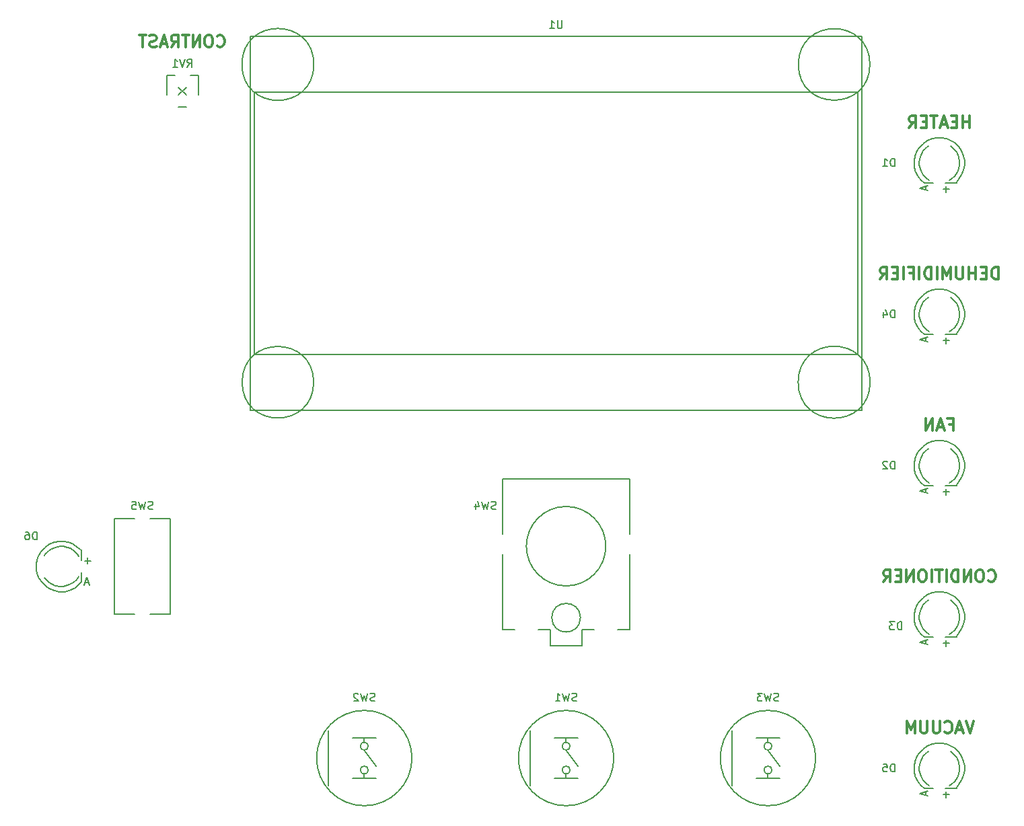
<source format=gbr>
G04 #@! TF.FileFunction,Legend,Bot*
%FSLAX46Y46*%
G04 Gerber Fmt 4.6, Leading zero omitted, Abs format (unit mm)*
G04 Created by KiCad (PCBNEW 0.201503150816+5513~22~ubuntu14.04.1-product) date Thu 23 Apr 2015 07:11:57 PM EDT*
%MOMM*%
G01*
G04 APERTURE LIST*
%ADD10C,0.100000*%
%ADD11C,0.300000*%
%ADD12C,0.150000*%
G04 APERTURE END LIST*
D10*
D11*
X98337142Y-41175714D02*
X98408571Y-41247143D01*
X98622857Y-41318571D01*
X98765714Y-41318571D01*
X98979999Y-41247143D01*
X99122857Y-41104286D01*
X99194285Y-40961429D01*
X99265714Y-40675714D01*
X99265714Y-40461429D01*
X99194285Y-40175714D01*
X99122857Y-40032857D01*
X98979999Y-39890000D01*
X98765714Y-39818571D01*
X98622857Y-39818571D01*
X98408571Y-39890000D01*
X98337142Y-39961429D01*
X97408571Y-39818571D02*
X97122857Y-39818571D01*
X96979999Y-39890000D01*
X96837142Y-40032857D01*
X96765714Y-40318571D01*
X96765714Y-40818571D01*
X96837142Y-41104286D01*
X96979999Y-41247143D01*
X97122857Y-41318571D01*
X97408571Y-41318571D01*
X97551428Y-41247143D01*
X97694285Y-41104286D01*
X97765714Y-40818571D01*
X97765714Y-40318571D01*
X97694285Y-40032857D01*
X97551428Y-39890000D01*
X97408571Y-39818571D01*
X96122856Y-41318571D02*
X96122856Y-39818571D01*
X95265713Y-41318571D01*
X95265713Y-39818571D01*
X94765713Y-39818571D02*
X93908570Y-39818571D01*
X94337141Y-41318571D02*
X94337141Y-39818571D01*
X92551427Y-41318571D02*
X93051427Y-40604286D01*
X93408570Y-41318571D02*
X93408570Y-39818571D01*
X92837142Y-39818571D01*
X92694284Y-39890000D01*
X92622856Y-39961429D01*
X92551427Y-40104286D01*
X92551427Y-40318571D01*
X92622856Y-40461429D01*
X92694284Y-40532857D01*
X92837142Y-40604286D01*
X93408570Y-40604286D01*
X91979999Y-40890000D02*
X91265713Y-40890000D01*
X92122856Y-41318571D02*
X91622856Y-39818571D01*
X91122856Y-41318571D01*
X90694285Y-41247143D02*
X90479999Y-41318571D01*
X90122856Y-41318571D01*
X89979999Y-41247143D01*
X89908570Y-41175714D01*
X89837142Y-41032857D01*
X89837142Y-40890000D01*
X89908570Y-40747143D01*
X89979999Y-40675714D01*
X90122856Y-40604286D01*
X90408570Y-40532857D01*
X90551428Y-40461429D01*
X90622856Y-40390000D01*
X90694285Y-40247143D01*
X90694285Y-40104286D01*
X90622856Y-39961429D01*
X90551428Y-39890000D01*
X90408570Y-39818571D01*
X90051428Y-39818571D01*
X89837142Y-39890000D01*
X89408571Y-39818571D02*
X88551428Y-39818571D01*
X88979999Y-41318571D02*
X88979999Y-39818571D01*
X195372858Y-108485714D02*
X195444287Y-108557143D01*
X195658573Y-108628571D01*
X195801430Y-108628571D01*
X196015715Y-108557143D01*
X196158573Y-108414286D01*
X196230001Y-108271429D01*
X196301430Y-107985714D01*
X196301430Y-107771429D01*
X196230001Y-107485714D01*
X196158573Y-107342857D01*
X196015715Y-107200000D01*
X195801430Y-107128571D01*
X195658573Y-107128571D01*
X195444287Y-107200000D01*
X195372858Y-107271429D01*
X194444287Y-107128571D02*
X194158573Y-107128571D01*
X194015715Y-107200000D01*
X193872858Y-107342857D01*
X193801430Y-107628571D01*
X193801430Y-108128571D01*
X193872858Y-108414286D01*
X194015715Y-108557143D01*
X194158573Y-108628571D01*
X194444287Y-108628571D01*
X194587144Y-108557143D01*
X194730001Y-108414286D01*
X194801430Y-108128571D01*
X194801430Y-107628571D01*
X194730001Y-107342857D01*
X194587144Y-107200000D01*
X194444287Y-107128571D01*
X193158572Y-108628571D02*
X193158572Y-107128571D01*
X192301429Y-108628571D01*
X192301429Y-107128571D01*
X191587143Y-108628571D02*
X191587143Y-107128571D01*
X191230000Y-107128571D01*
X191015715Y-107200000D01*
X190872857Y-107342857D01*
X190801429Y-107485714D01*
X190730000Y-107771429D01*
X190730000Y-107985714D01*
X190801429Y-108271429D01*
X190872857Y-108414286D01*
X191015715Y-108557143D01*
X191230000Y-108628571D01*
X191587143Y-108628571D01*
X190087143Y-108628571D02*
X190087143Y-107128571D01*
X189587143Y-107128571D02*
X188730000Y-107128571D01*
X189158571Y-108628571D02*
X189158571Y-107128571D01*
X188230000Y-108628571D02*
X188230000Y-107128571D01*
X187230000Y-107128571D02*
X186944286Y-107128571D01*
X186801428Y-107200000D01*
X186658571Y-107342857D01*
X186587143Y-107628571D01*
X186587143Y-108128571D01*
X186658571Y-108414286D01*
X186801428Y-108557143D01*
X186944286Y-108628571D01*
X187230000Y-108628571D01*
X187372857Y-108557143D01*
X187515714Y-108414286D01*
X187587143Y-108128571D01*
X187587143Y-107628571D01*
X187515714Y-107342857D01*
X187372857Y-107200000D01*
X187230000Y-107128571D01*
X185944285Y-108628571D02*
X185944285Y-107128571D01*
X185087142Y-108628571D01*
X185087142Y-107128571D01*
X184372856Y-107842857D02*
X183872856Y-107842857D01*
X183658570Y-108628571D02*
X184372856Y-108628571D01*
X184372856Y-107128571D01*
X183658570Y-107128571D01*
X182158570Y-108628571D02*
X182658570Y-107914286D01*
X183015713Y-108628571D02*
X183015713Y-107128571D01*
X182444285Y-107128571D01*
X182301427Y-107200000D01*
X182229999Y-107271429D01*
X182158570Y-107414286D01*
X182158570Y-107628571D01*
X182229999Y-107771429D01*
X182301427Y-107842857D01*
X182444285Y-107914286D01*
X183015713Y-107914286D01*
X193551429Y-126178571D02*
X193051429Y-127678571D01*
X192551429Y-126178571D01*
X192122858Y-127250000D02*
X191408572Y-127250000D01*
X192265715Y-127678571D02*
X191765715Y-126178571D01*
X191265715Y-127678571D01*
X189908572Y-127535714D02*
X189980001Y-127607143D01*
X190194287Y-127678571D01*
X190337144Y-127678571D01*
X190551429Y-127607143D01*
X190694287Y-127464286D01*
X190765715Y-127321429D01*
X190837144Y-127035714D01*
X190837144Y-126821429D01*
X190765715Y-126535714D01*
X190694287Y-126392857D01*
X190551429Y-126250000D01*
X190337144Y-126178571D01*
X190194287Y-126178571D01*
X189980001Y-126250000D01*
X189908572Y-126321429D01*
X189265715Y-126178571D02*
X189265715Y-127392857D01*
X189194287Y-127535714D01*
X189122858Y-127607143D01*
X188980001Y-127678571D01*
X188694287Y-127678571D01*
X188551429Y-127607143D01*
X188480001Y-127535714D01*
X188408572Y-127392857D01*
X188408572Y-126178571D01*
X187694286Y-126178571D02*
X187694286Y-127392857D01*
X187622858Y-127535714D01*
X187551429Y-127607143D01*
X187408572Y-127678571D01*
X187122858Y-127678571D01*
X186980000Y-127607143D01*
X186908572Y-127535714D01*
X186837143Y-127392857D01*
X186837143Y-126178571D01*
X186122857Y-127678571D02*
X186122857Y-126178571D01*
X185622857Y-127250000D01*
X185122857Y-126178571D01*
X185122857Y-127678571D01*
X190444285Y-88792857D02*
X190944285Y-88792857D01*
X190944285Y-89578571D02*
X190944285Y-88078571D01*
X190229999Y-88078571D01*
X189730000Y-89150000D02*
X189015714Y-89150000D01*
X189872857Y-89578571D02*
X189372857Y-88078571D01*
X188872857Y-89578571D01*
X188372857Y-89578571D02*
X188372857Y-88078571D01*
X187515714Y-89578571D01*
X187515714Y-88078571D01*
X196622858Y-70528571D02*
X196622858Y-69028571D01*
X196265715Y-69028571D01*
X196051430Y-69100000D01*
X195908572Y-69242857D01*
X195837144Y-69385714D01*
X195765715Y-69671429D01*
X195765715Y-69885714D01*
X195837144Y-70171429D01*
X195908572Y-70314286D01*
X196051430Y-70457143D01*
X196265715Y-70528571D01*
X196622858Y-70528571D01*
X195122858Y-69742857D02*
X194622858Y-69742857D01*
X194408572Y-70528571D02*
X195122858Y-70528571D01*
X195122858Y-69028571D01*
X194408572Y-69028571D01*
X193765715Y-70528571D02*
X193765715Y-69028571D01*
X193765715Y-69742857D02*
X192908572Y-69742857D01*
X192908572Y-70528571D02*
X192908572Y-69028571D01*
X192194286Y-69028571D02*
X192194286Y-70242857D01*
X192122858Y-70385714D01*
X192051429Y-70457143D01*
X191908572Y-70528571D01*
X191622858Y-70528571D01*
X191480000Y-70457143D01*
X191408572Y-70385714D01*
X191337143Y-70242857D01*
X191337143Y-69028571D01*
X190622857Y-70528571D02*
X190622857Y-69028571D01*
X190122857Y-70100000D01*
X189622857Y-69028571D01*
X189622857Y-70528571D01*
X188908571Y-70528571D02*
X188908571Y-69028571D01*
X188194285Y-70528571D02*
X188194285Y-69028571D01*
X187837142Y-69028571D01*
X187622857Y-69100000D01*
X187479999Y-69242857D01*
X187408571Y-69385714D01*
X187337142Y-69671429D01*
X187337142Y-69885714D01*
X187408571Y-70171429D01*
X187479999Y-70314286D01*
X187622857Y-70457143D01*
X187837142Y-70528571D01*
X188194285Y-70528571D01*
X186694285Y-70528571D02*
X186694285Y-69028571D01*
X185479999Y-69742857D02*
X185979999Y-69742857D01*
X185979999Y-70528571D02*
X185979999Y-69028571D01*
X185265713Y-69028571D01*
X184694285Y-70528571D02*
X184694285Y-69028571D01*
X183979999Y-69742857D02*
X183479999Y-69742857D01*
X183265713Y-70528571D02*
X183979999Y-70528571D01*
X183979999Y-69028571D01*
X183265713Y-69028571D01*
X181765713Y-70528571D02*
X182265713Y-69814286D01*
X182622856Y-70528571D02*
X182622856Y-69028571D01*
X182051428Y-69028571D01*
X181908570Y-69100000D01*
X181837142Y-69171429D01*
X181765713Y-69314286D01*
X181765713Y-69528571D01*
X181837142Y-69671429D01*
X181908570Y-69742857D01*
X182051428Y-69814286D01*
X182622856Y-69814286D01*
X192980000Y-51478571D02*
X192980000Y-49978571D01*
X192980000Y-50692857D02*
X192122857Y-50692857D01*
X192122857Y-51478571D02*
X192122857Y-49978571D01*
X191408571Y-50692857D02*
X190908571Y-50692857D01*
X190694285Y-51478571D02*
X191408571Y-51478571D01*
X191408571Y-49978571D01*
X190694285Y-49978571D01*
X190122857Y-51050000D02*
X189408571Y-51050000D01*
X190265714Y-51478571D02*
X189765714Y-49978571D01*
X189265714Y-51478571D01*
X188980000Y-49978571D02*
X188122857Y-49978571D01*
X188551428Y-51478571D02*
X188551428Y-49978571D01*
X187622857Y-50692857D02*
X187122857Y-50692857D01*
X186908571Y-51478571D02*
X187622857Y-51478571D01*
X187622857Y-49978571D01*
X186908571Y-49978571D01*
X185408571Y-51478571D02*
X185908571Y-50764286D01*
X186265714Y-51478571D02*
X186265714Y-49978571D01*
X185694286Y-49978571D01*
X185551428Y-50050000D01*
X185480000Y-50121429D01*
X185408571Y-50264286D01*
X185408571Y-50478571D01*
X185480000Y-50621429D01*
X185551428Y-50692857D01*
X185694286Y-50764286D01*
X186265714Y-50764286D01*
D12*
X187325000Y-58420000D02*
X188468000Y-58420000D01*
X191389000Y-58420000D02*
X189992000Y-58420000D01*
X187960000Y-58039000D02*
X187579000Y-57785000D01*
X187579000Y-57785000D02*
X187198000Y-57404000D01*
X187198000Y-57404000D02*
X186944000Y-56896000D01*
X186944000Y-56896000D02*
X186690000Y-56134000D01*
X186690000Y-56134000D02*
X186690000Y-55753000D01*
X186690000Y-55753000D02*
X186817000Y-55118000D01*
X186817000Y-55118000D02*
X187198000Y-54356000D01*
X187198000Y-54356000D02*
X187452000Y-54102000D01*
X187452000Y-54102000D02*
X187833000Y-53721000D01*
X191389000Y-54483000D02*
X191008000Y-54102000D01*
X191008000Y-54102000D02*
X190754000Y-53848000D01*
X190754000Y-53848000D02*
X190627000Y-53721000D01*
X190500000Y-58039000D02*
X190754000Y-57912000D01*
X190754000Y-57912000D02*
X191135000Y-57531000D01*
X191135000Y-57531000D02*
X191516000Y-57023000D01*
X191516000Y-57023000D02*
X191643000Y-56642000D01*
X191643000Y-56642000D02*
X191770000Y-56134000D01*
X191770000Y-56134000D02*
X191770000Y-55753000D01*
X191770000Y-55753000D02*
X191643000Y-55118000D01*
X191643000Y-55118000D02*
X191389000Y-54483000D01*
X187325000Y-58420000D02*
X186944000Y-58039000D01*
X191389000Y-58293000D02*
X191643000Y-57912000D01*
X191643000Y-57912000D02*
X192024000Y-57404000D01*
X192024000Y-57404000D02*
X192278000Y-56769000D01*
X192278000Y-56769000D02*
X192405000Y-56134000D01*
X192405000Y-56134000D02*
X192405000Y-55626000D01*
X192405000Y-55626000D02*
X192278000Y-54991000D01*
X192278000Y-54991000D02*
X192024000Y-54356000D01*
X192024000Y-54356000D02*
X191643000Y-53848000D01*
X191643000Y-53848000D02*
X191135000Y-53340000D01*
X191135000Y-53340000D02*
X190500000Y-52959000D01*
X190500000Y-52959000D02*
X190119000Y-52832000D01*
X190119000Y-52832000D02*
X189484000Y-52705000D01*
X189484000Y-52705000D02*
X188849000Y-52705000D01*
X188849000Y-52705000D02*
X188341000Y-52832000D01*
X188341000Y-52832000D02*
X187706000Y-53086000D01*
X187706000Y-53086000D02*
X187198000Y-53467000D01*
X187198000Y-53467000D02*
X186690000Y-53975000D01*
X186690000Y-53975000D02*
X186436000Y-54356000D01*
X186436000Y-54356000D02*
X186182000Y-54991000D01*
X186182000Y-54991000D02*
X186055000Y-55626000D01*
X186055000Y-55626000D02*
X186055000Y-56261000D01*
X186055000Y-56261000D02*
X186182000Y-56896000D01*
X186182000Y-56896000D02*
X186563000Y-57658000D01*
X186563000Y-57658000D02*
X186944000Y-58039000D01*
X187325000Y-96520000D02*
X188468000Y-96520000D01*
X191389000Y-96520000D02*
X189992000Y-96520000D01*
X187960000Y-96139000D02*
X187579000Y-95885000D01*
X187579000Y-95885000D02*
X187198000Y-95504000D01*
X187198000Y-95504000D02*
X186944000Y-94996000D01*
X186944000Y-94996000D02*
X186690000Y-94234000D01*
X186690000Y-94234000D02*
X186690000Y-93853000D01*
X186690000Y-93853000D02*
X186817000Y-93218000D01*
X186817000Y-93218000D02*
X187198000Y-92456000D01*
X187198000Y-92456000D02*
X187452000Y-92202000D01*
X187452000Y-92202000D02*
X187833000Y-91821000D01*
X191389000Y-92583000D02*
X191008000Y-92202000D01*
X191008000Y-92202000D02*
X190754000Y-91948000D01*
X190754000Y-91948000D02*
X190627000Y-91821000D01*
X190500000Y-96139000D02*
X190754000Y-96012000D01*
X190754000Y-96012000D02*
X191135000Y-95631000D01*
X191135000Y-95631000D02*
X191516000Y-95123000D01*
X191516000Y-95123000D02*
X191643000Y-94742000D01*
X191643000Y-94742000D02*
X191770000Y-94234000D01*
X191770000Y-94234000D02*
X191770000Y-93853000D01*
X191770000Y-93853000D02*
X191643000Y-93218000D01*
X191643000Y-93218000D02*
X191389000Y-92583000D01*
X187325000Y-96520000D02*
X186944000Y-96139000D01*
X191389000Y-96393000D02*
X191643000Y-96012000D01*
X191643000Y-96012000D02*
X192024000Y-95504000D01*
X192024000Y-95504000D02*
X192278000Y-94869000D01*
X192278000Y-94869000D02*
X192405000Y-94234000D01*
X192405000Y-94234000D02*
X192405000Y-93726000D01*
X192405000Y-93726000D02*
X192278000Y-93091000D01*
X192278000Y-93091000D02*
X192024000Y-92456000D01*
X192024000Y-92456000D02*
X191643000Y-91948000D01*
X191643000Y-91948000D02*
X191135000Y-91440000D01*
X191135000Y-91440000D02*
X190500000Y-91059000D01*
X190500000Y-91059000D02*
X190119000Y-90932000D01*
X190119000Y-90932000D02*
X189484000Y-90805000D01*
X189484000Y-90805000D02*
X188849000Y-90805000D01*
X188849000Y-90805000D02*
X188341000Y-90932000D01*
X188341000Y-90932000D02*
X187706000Y-91186000D01*
X187706000Y-91186000D02*
X187198000Y-91567000D01*
X187198000Y-91567000D02*
X186690000Y-92075000D01*
X186690000Y-92075000D02*
X186436000Y-92456000D01*
X186436000Y-92456000D02*
X186182000Y-93091000D01*
X186182000Y-93091000D02*
X186055000Y-93726000D01*
X186055000Y-93726000D02*
X186055000Y-94361000D01*
X186055000Y-94361000D02*
X186182000Y-94996000D01*
X186182000Y-94996000D02*
X186563000Y-95758000D01*
X186563000Y-95758000D02*
X186944000Y-96139000D01*
X187325000Y-115570000D02*
X188468000Y-115570000D01*
X191389000Y-115570000D02*
X189992000Y-115570000D01*
X187960000Y-115189000D02*
X187579000Y-114935000D01*
X187579000Y-114935000D02*
X187198000Y-114554000D01*
X187198000Y-114554000D02*
X186944000Y-114046000D01*
X186944000Y-114046000D02*
X186690000Y-113284000D01*
X186690000Y-113284000D02*
X186690000Y-112903000D01*
X186690000Y-112903000D02*
X186817000Y-112268000D01*
X186817000Y-112268000D02*
X187198000Y-111506000D01*
X187198000Y-111506000D02*
X187452000Y-111252000D01*
X187452000Y-111252000D02*
X187833000Y-110871000D01*
X191389000Y-111633000D02*
X191008000Y-111252000D01*
X191008000Y-111252000D02*
X190754000Y-110998000D01*
X190754000Y-110998000D02*
X190627000Y-110871000D01*
X190500000Y-115189000D02*
X190754000Y-115062000D01*
X190754000Y-115062000D02*
X191135000Y-114681000D01*
X191135000Y-114681000D02*
X191516000Y-114173000D01*
X191516000Y-114173000D02*
X191643000Y-113792000D01*
X191643000Y-113792000D02*
X191770000Y-113284000D01*
X191770000Y-113284000D02*
X191770000Y-112903000D01*
X191770000Y-112903000D02*
X191643000Y-112268000D01*
X191643000Y-112268000D02*
X191389000Y-111633000D01*
X187325000Y-115570000D02*
X186944000Y-115189000D01*
X191389000Y-115443000D02*
X191643000Y-115062000D01*
X191643000Y-115062000D02*
X192024000Y-114554000D01*
X192024000Y-114554000D02*
X192278000Y-113919000D01*
X192278000Y-113919000D02*
X192405000Y-113284000D01*
X192405000Y-113284000D02*
X192405000Y-112776000D01*
X192405000Y-112776000D02*
X192278000Y-112141000D01*
X192278000Y-112141000D02*
X192024000Y-111506000D01*
X192024000Y-111506000D02*
X191643000Y-110998000D01*
X191643000Y-110998000D02*
X191135000Y-110490000D01*
X191135000Y-110490000D02*
X190500000Y-110109000D01*
X190500000Y-110109000D02*
X190119000Y-109982000D01*
X190119000Y-109982000D02*
X189484000Y-109855000D01*
X189484000Y-109855000D02*
X188849000Y-109855000D01*
X188849000Y-109855000D02*
X188341000Y-109982000D01*
X188341000Y-109982000D02*
X187706000Y-110236000D01*
X187706000Y-110236000D02*
X187198000Y-110617000D01*
X187198000Y-110617000D02*
X186690000Y-111125000D01*
X186690000Y-111125000D02*
X186436000Y-111506000D01*
X186436000Y-111506000D02*
X186182000Y-112141000D01*
X186182000Y-112141000D02*
X186055000Y-112776000D01*
X186055000Y-112776000D02*
X186055000Y-113411000D01*
X186055000Y-113411000D02*
X186182000Y-114046000D01*
X186182000Y-114046000D02*
X186563000Y-114808000D01*
X186563000Y-114808000D02*
X186944000Y-115189000D01*
X187325000Y-77470000D02*
X188468000Y-77470000D01*
X191389000Y-77470000D02*
X189992000Y-77470000D01*
X187960000Y-77089000D02*
X187579000Y-76835000D01*
X187579000Y-76835000D02*
X187198000Y-76454000D01*
X187198000Y-76454000D02*
X186944000Y-75946000D01*
X186944000Y-75946000D02*
X186690000Y-75184000D01*
X186690000Y-75184000D02*
X186690000Y-74803000D01*
X186690000Y-74803000D02*
X186817000Y-74168000D01*
X186817000Y-74168000D02*
X187198000Y-73406000D01*
X187198000Y-73406000D02*
X187452000Y-73152000D01*
X187452000Y-73152000D02*
X187833000Y-72771000D01*
X191389000Y-73533000D02*
X191008000Y-73152000D01*
X191008000Y-73152000D02*
X190754000Y-72898000D01*
X190754000Y-72898000D02*
X190627000Y-72771000D01*
X190500000Y-77089000D02*
X190754000Y-76962000D01*
X190754000Y-76962000D02*
X191135000Y-76581000D01*
X191135000Y-76581000D02*
X191516000Y-76073000D01*
X191516000Y-76073000D02*
X191643000Y-75692000D01*
X191643000Y-75692000D02*
X191770000Y-75184000D01*
X191770000Y-75184000D02*
X191770000Y-74803000D01*
X191770000Y-74803000D02*
X191643000Y-74168000D01*
X191643000Y-74168000D02*
X191389000Y-73533000D01*
X187325000Y-77470000D02*
X186944000Y-77089000D01*
X191389000Y-77343000D02*
X191643000Y-76962000D01*
X191643000Y-76962000D02*
X192024000Y-76454000D01*
X192024000Y-76454000D02*
X192278000Y-75819000D01*
X192278000Y-75819000D02*
X192405000Y-75184000D01*
X192405000Y-75184000D02*
X192405000Y-74676000D01*
X192405000Y-74676000D02*
X192278000Y-74041000D01*
X192278000Y-74041000D02*
X192024000Y-73406000D01*
X192024000Y-73406000D02*
X191643000Y-72898000D01*
X191643000Y-72898000D02*
X191135000Y-72390000D01*
X191135000Y-72390000D02*
X190500000Y-72009000D01*
X190500000Y-72009000D02*
X190119000Y-71882000D01*
X190119000Y-71882000D02*
X189484000Y-71755000D01*
X189484000Y-71755000D02*
X188849000Y-71755000D01*
X188849000Y-71755000D02*
X188341000Y-71882000D01*
X188341000Y-71882000D02*
X187706000Y-72136000D01*
X187706000Y-72136000D02*
X187198000Y-72517000D01*
X187198000Y-72517000D02*
X186690000Y-73025000D01*
X186690000Y-73025000D02*
X186436000Y-73406000D01*
X186436000Y-73406000D02*
X186182000Y-74041000D01*
X186182000Y-74041000D02*
X186055000Y-74676000D01*
X186055000Y-74676000D02*
X186055000Y-75311000D01*
X186055000Y-75311000D02*
X186182000Y-75946000D01*
X186182000Y-75946000D02*
X186563000Y-76708000D01*
X186563000Y-76708000D02*
X186944000Y-77089000D01*
X187325000Y-134620000D02*
X188468000Y-134620000D01*
X191389000Y-134620000D02*
X189992000Y-134620000D01*
X187960000Y-134239000D02*
X187579000Y-133985000D01*
X187579000Y-133985000D02*
X187198000Y-133604000D01*
X187198000Y-133604000D02*
X186944000Y-133096000D01*
X186944000Y-133096000D02*
X186690000Y-132334000D01*
X186690000Y-132334000D02*
X186690000Y-131953000D01*
X186690000Y-131953000D02*
X186817000Y-131318000D01*
X186817000Y-131318000D02*
X187198000Y-130556000D01*
X187198000Y-130556000D02*
X187452000Y-130302000D01*
X187452000Y-130302000D02*
X187833000Y-129921000D01*
X191389000Y-130683000D02*
X191008000Y-130302000D01*
X191008000Y-130302000D02*
X190754000Y-130048000D01*
X190754000Y-130048000D02*
X190627000Y-129921000D01*
X190500000Y-134239000D02*
X190754000Y-134112000D01*
X190754000Y-134112000D02*
X191135000Y-133731000D01*
X191135000Y-133731000D02*
X191516000Y-133223000D01*
X191516000Y-133223000D02*
X191643000Y-132842000D01*
X191643000Y-132842000D02*
X191770000Y-132334000D01*
X191770000Y-132334000D02*
X191770000Y-131953000D01*
X191770000Y-131953000D02*
X191643000Y-131318000D01*
X191643000Y-131318000D02*
X191389000Y-130683000D01*
X187325000Y-134620000D02*
X186944000Y-134239000D01*
X191389000Y-134493000D02*
X191643000Y-134112000D01*
X191643000Y-134112000D02*
X192024000Y-133604000D01*
X192024000Y-133604000D02*
X192278000Y-132969000D01*
X192278000Y-132969000D02*
X192405000Y-132334000D01*
X192405000Y-132334000D02*
X192405000Y-131826000D01*
X192405000Y-131826000D02*
X192278000Y-131191000D01*
X192278000Y-131191000D02*
X192024000Y-130556000D01*
X192024000Y-130556000D02*
X191643000Y-130048000D01*
X191643000Y-130048000D02*
X191135000Y-129540000D01*
X191135000Y-129540000D02*
X190500000Y-129159000D01*
X190500000Y-129159000D02*
X190119000Y-129032000D01*
X190119000Y-129032000D02*
X189484000Y-128905000D01*
X189484000Y-128905000D02*
X188849000Y-128905000D01*
X188849000Y-128905000D02*
X188341000Y-129032000D01*
X188341000Y-129032000D02*
X187706000Y-129286000D01*
X187706000Y-129286000D02*
X187198000Y-129667000D01*
X187198000Y-129667000D02*
X186690000Y-130175000D01*
X186690000Y-130175000D02*
X186436000Y-130556000D01*
X186436000Y-130556000D02*
X186182000Y-131191000D01*
X186182000Y-131191000D02*
X186055000Y-131826000D01*
X186055000Y-131826000D02*
X186055000Y-132461000D01*
X186055000Y-132461000D02*
X186182000Y-133096000D01*
X186182000Y-133096000D02*
X186563000Y-133858000D01*
X186563000Y-133858000D02*
X186944000Y-134239000D01*
X81280000Y-108585000D02*
X81280000Y-107442000D01*
X81280000Y-104521000D02*
X81280000Y-105918000D01*
X80899000Y-107950000D02*
X80645000Y-108331000D01*
X80645000Y-108331000D02*
X80264000Y-108712000D01*
X80264000Y-108712000D02*
X79756000Y-108966000D01*
X79756000Y-108966000D02*
X78994000Y-109220000D01*
X78994000Y-109220000D02*
X78613000Y-109220000D01*
X78613000Y-109220000D02*
X77978000Y-109093000D01*
X77978000Y-109093000D02*
X77216000Y-108712000D01*
X77216000Y-108712000D02*
X76962000Y-108458000D01*
X76962000Y-108458000D02*
X76581000Y-108077000D01*
X77343000Y-104521000D02*
X76962000Y-104902000D01*
X76962000Y-104902000D02*
X76708000Y-105156000D01*
X76708000Y-105156000D02*
X76581000Y-105283000D01*
X80899000Y-105410000D02*
X80772000Y-105156000D01*
X80772000Y-105156000D02*
X80391000Y-104775000D01*
X80391000Y-104775000D02*
X79883000Y-104394000D01*
X79883000Y-104394000D02*
X79502000Y-104267000D01*
X79502000Y-104267000D02*
X78994000Y-104140000D01*
X78994000Y-104140000D02*
X78613000Y-104140000D01*
X78613000Y-104140000D02*
X77978000Y-104267000D01*
X77978000Y-104267000D02*
X77343000Y-104521000D01*
X81280000Y-108585000D02*
X80899000Y-108966000D01*
X81153000Y-104521000D02*
X80772000Y-104267000D01*
X80772000Y-104267000D02*
X80264000Y-103886000D01*
X80264000Y-103886000D02*
X79629000Y-103632000D01*
X79629000Y-103632000D02*
X78994000Y-103505000D01*
X78994000Y-103505000D02*
X78486000Y-103505000D01*
X78486000Y-103505000D02*
X77851000Y-103632000D01*
X77851000Y-103632000D02*
X77216000Y-103886000D01*
X77216000Y-103886000D02*
X76708000Y-104267000D01*
X76708000Y-104267000D02*
X76200000Y-104775000D01*
X76200000Y-104775000D02*
X75819000Y-105410000D01*
X75819000Y-105410000D02*
X75692000Y-105791000D01*
X75692000Y-105791000D02*
X75565000Y-106426000D01*
X75565000Y-106426000D02*
X75565000Y-107061000D01*
X75565000Y-107061000D02*
X75692000Y-107569000D01*
X75692000Y-107569000D02*
X75946000Y-108204000D01*
X75946000Y-108204000D02*
X76327000Y-108712000D01*
X76327000Y-108712000D02*
X76835000Y-109220000D01*
X76835000Y-109220000D02*
X77216000Y-109474000D01*
X77216000Y-109474000D02*
X77851000Y-109728000D01*
X77851000Y-109728000D02*
X78486000Y-109855000D01*
X78486000Y-109855000D02*
X79121000Y-109855000D01*
X79121000Y-109855000D02*
X79756000Y-109728000D01*
X79756000Y-109728000D02*
X80518000Y-109347000D01*
X80518000Y-109347000D02*
X80899000Y-108966000D01*
X137740000Y-134310000D02*
X137740000Y-127310000D01*
X142240000Y-128310000D02*
X142240000Y-128810000D01*
X140740000Y-128310000D02*
X143740000Y-128310000D01*
X143740000Y-133310000D02*
X143240000Y-133310000D01*
X140740000Y-133310000D02*
X143240000Y-133310000D01*
X142240000Y-132810000D02*
X142240000Y-133310000D01*
X142240000Y-129810000D02*
X143740000Y-131810000D01*
X142740000Y-132310000D02*
G75*
G03X142740000Y-132310000I-500000J0D01*
G01*
X142740000Y-129310000D02*
G75*
G03X142740000Y-129310000I-500000J0D01*
G01*
X148240000Y-130810000D02*
G75*
G03X148240000Y-130810000I-6000000J0D01*
G01*
X112340000Y-134310000D02*
X112340000Y-127310000D01*
X116840000Y-128310000D02*
X116840000Y-128810000D01*
X115340000Y-128310000D02*
X118340000Y-128310000D01*
X118340000Y-133310000D02*
X117840000Y-133310000D01*
X115340000Y-133310000D02*
X117840000Y-133310000D01*
X116840000Y-132810000D02*
X116840000Y-133310000D01*
X116840000Y-129810000D02*
X118340000Y-131810000D01*
X117340000Y-132310000D02*
G75*
G03X117340000Y-132310000I-500000J0D01*
G01*
X117340000Y-129310000D02*
G75*
G03X117340000Y-129310000I-500000J0D01*
G01*
X122840000Y-130810000D02*
G75*
G03X122840000Y-130810000I-6000000J0D01*
G01*
X163140000Y-134310000D02*
X163140000Y-127310000D01*
X167640000Y-128310000D02*
X167640000Y-128810000D01*
X166140000Y-128310000D02*
X169140000Y-128310000D01*
X169140000Y-133310000D02*
X168640000Y-133310000D01*
X166140000Y-133310000D02*
X168640000Y-133310000D01*
X167640000Y-132810000D02*
X167640000Y-133310000D01*
X167640000Y-129810000D02*
X169140000Y-131810000D01*
X168140000Y-132310000D02*
G75*
G03X168140000Y-132310000I-500000J0D01*
G01*
X168140000Y-129310000D02*
G75*
G03X168140000Y-129310000I-500000J0D01*
G01*
X173640000Y-130810000D02*
G75*
G03X173640000Y-130810000I-6000000J0D01*
G01*
X144042776Y-113140000D02*
G75*
G03X144042776Y-113140000I-1802776J0D01*
G01*
X147240000Y-104140000D02*
G75*
G03X147240000Y-104140000I-5000000J0D01*
G01*
X145740000Y-114640000D02*
X145240000Y-114640000D01*
X144240000Y-116640000D02*
X144240000Y-114640000D01*
X144240000Y-114640000D02*
X145240000Y-114640000D01*
X140240000Y-116640000D02*
X140240000Y-114640000D01*
X140240000Y-114640000D02*
X138740000Y-114640000D01*
X144240000Y-116640000D02*
X140240000Y-116640000D01*
X135740000Y-114640000D02*
X134240000Y-114640000D01*
X134240000Y-114640000D02*
X134240000Y-105140000D01*
X150240000Y-105640000D02*
X150240000Y-114640000D01*
X150240000Y-114640000D02*
X148740000Y-114640000D01*
X150240000Y-105640000D02*
X150240000Y-105140000D01*
X150240000Y-102640000D02*
X150240000Y-102140000D01*
X134240000Y-102640000D02*
X134240000Y-95640000D01*
X134240000Y-95640000D02*
X150240000Y-95640000D01*
X150240000Y-95640000D02*
X150240000Y-102640000D01*
X89900000Y-112680000D02*
X92400000Y-112680000D01*
X92400000Y-112680000D02*
X92400000Y-100680000D01*
X92400000Y-100680000D02*
X89900000Y-100680000D01*
X87900000Y-100680000D02*
X85400000Y-100680000D01*
X85400000Y-100680000D02*
X85400000Y-112680000D01*
X85400000Y-112680000D02*
X87900000Y-112680000D01*
X180470000Y-43500000D02*
G75*
G03X180470000Y-43500000I-4500000J0D01*
G01*
X180497693Y-83500000D02*
G75*
G03X180497693Y-83500000I-4527693J0D01*
G01*
X110470000Y-83500000D02*
G75*
G03X110470000Y-83500000I-4500000J0D01*
G01*
X110497693Y-43500000D02*
G75*
G03X110497693Y-43500000I-4527693J0D01*
G01*
X178970000Y-47000000D02*
X102970000Y-47000000D01*
X102970000Y-47000000D02*
X102970000Y-80000000D01*
X102970000Y-80000000D02*
X178970000Y-80000000D01*
X178970000Y-80000000D02*
X178970000Y-47000000D01*
X179470000Y-40000000D02*
X179470000Y-87000000D01*
X179470000Y-87000000D02*
X102470000Y-87000000D01*
X102470000Y-87000000D02*
X102470000Y-40000000D01*
X102470000Y-40000000D02*
X179470000Y-40000000D01*
X94480000Y-47363000D02*
X93480000Y-46363000D01*
X94480000Y-46363000D02*
X93480000Y-47363000D01*
X95980000Y-47363000D02*
X95980000Y-44863000D01*
X95980000Y-44863000D02*
X94980000Y-44863000D01*
X93480000Y-48863000D02*
X94480000Y-48863000D01*
X92480000Y-44863000D02*
X91980000Y-44863000D01*
X91980000Y-44863000D02*
X91980000Y-47363000D01*
X92980000Y-44863000D02*
X92480000Y-44863000D01*
X183618095Y-56332381D02*
X183618095Y-55332381D01*
X183380000Y-55332381D01*
X183237142Y-55380000D01*
X183141904Y-55475238D01*
X183094285Y-55570476D01*
X183046666Y-55760952D01*
X183046666Y-55903810D01*
X183094285Y-56094286D01*
X183141904Y-56189524D01*
X183237142Y-56284762D01*
X183380000Y-56332381D01*
X183618095Y-56332381D01*
X182094285Y-56332381D02*
X182665714Y-56332381D01*
X182380000Y-56332381D02*
X182380000Y-55332381D01*
X182475238Y-55475238D01*
X182570476Y-55570476D01*
X182665714Y-55618095D01*
X187491667Y-58816905D02*
X187491667Y-59293096D01*
X187777381Y-58721667D02*
X186777381Y-59055000D01*
X187777381Y-59388334D01*
X190063429Y-58801048D02*
X190063429Y-59562953D01*
X190444381Y-59182001D02*
X189682476Y-59182001D01*
X183618095Y-94432381D02*
X183618095Y-93432381D01*
X183380000Y-93432381D01*
X183237142Y-93480000D01*
X183141904Y-93575238D01*
X183094285Y-93670476D01*
X183046666Y-93860952D01*
X183046666Y-94003810D01*
X183094285Y-94194286D01*
X183141904Y-94289524D01*
X183237142Y-94384762D01*
X183380000Y-94432381D01*
X183618095Y-94432381D01*
X182665714Y-93527619D02*
X182618095Y-93480000D01*
X182522857Y-93432381D01*
X182284761Y-93432381D01*
X182189523Y-93480000D01*
X182141904Y-93527619D01*
X182094285Y-93622857D01*
X182094285Y-93718095D01*
X182141904Y-93860952D01*
X182713333Y-94432381D01*
X182094285Y-94432381D01*
X187491667Y-96916905D02*
X187491667Y-97393096D01*
X187777381Y-96821667D02*
X186777381Y-97155000D01*
X187777381Y-97488334D01*
X190063429Y-96901048D02*
X190063429Y-97662953D01*
X190444381Y-97282001D02*
X189682476Y-97282001D01*
X184481695Y-114663481D02*
X184481695Y-113663481D01*
X184243600Y-113663481D01*
X184100742Y-113711100D01*
X184005504Y-113806338D01*
X183957885Y-113901576D01*
X183910266Y-114092052D01*
X183910266Y-114234910D01*
X183957885Y-114425386D01*
X184005504Y-114520624D01*
X184100742Y-114615862D01*
X184243600Y-114663481D01*
X184481695Y-114663481D01*
X183576933Y-113663481D02*
X182957885Y-113663481D01*
X183291219Y-114044433D01*
X183148361Y-114044433D01*
X183053123Y-114092052D01*
X183005504Y-114139671D01*
X182957885Y-114234910D01*
X182957885Y-114473005D01*
X183005504Y-114568243D01*
X183053123Y-114615862D01*
X183148361Y-114663481D01*
X183434076Y-114663481D01*
X183529314Y-114615862D01*
X183576933Y-114568243D01*
X187491667Y-115966905D02*
X187491667Y-116443096D01*
X187777381Y-115871667D02*
X186777381Y-116205000D01*
X187777381Y-116538334D01*
X190063429Y-115951048D02*
X190063429Y-116712953D01*
X190444381Y-116332001D02*
X189682476Y-116332001D01*
X183618095Y-75382381D02*
X183618095Y-74382381D01*
X183380000Y-74382381D01*
X183237142Y-74430000D01*
X183141904Y-74525238D01*
X183094285Y-74620476D01*
X183046666Y-74810952D01*
X183046666Y-74953810D01*
X183094285Y-75144286D01*
X183141904Y-75239524D01*
X183237142Y-75334762D01*
X183380000Y-75382381D01*
X183618095Y-75382381D01*
X182189523Y-74715714D02*
X182189523Y-75382381D01*
X182427619Y-74334762D02*
X182665714Y-75049048D01*
X182046666Y-75049048D01*
X187491667Y-77866905D02*
X187491667Y-78343096D01*
X187777381Y-77771667D02*
X186777381Y-78105000D01*
X187777381Y-78438334D01*
X190063429Y-77851048D02*
X190063429Y-78612953D01*
X190444381Y-78232001D02*
X189682476Y-78232001D01*
X183618095Y-132532381D02*
X183618095Y-131532381D01*
X183380000Y-131532381D01*
X183237142Y-131580000D01*
X183141904Y-131675238D01*
X183094285Y-131770476D01*
X183046666Y-131960952D01*
X183046666Y-132103810D01*
X183094285Y-132294286D01*
X183141904Y-132389524D01*
X183237142Y-132484762D01*
X183380000Y-132532381D01*
X183618095Y-132532381D01*
X182141904Y-131532381D02*
X182618095Y-131532381D01*
X182665714Y-132008571D01*
X182618095Y-131960952D01*
X182522857Y-131913333D01*
X182284761Y-131913333D01*
X182189523Y-131960952D01*
X182141904Y-132008571D01*
X182094285Y-132103810D01*
X182094285Y-132341905D01*
X182141904Y-132437143D01*
X182189523Y-132484762D01*
X182284761Y-132532381D01*
X182522857Y-132532381D01*
X182618095Y-132484762D01*
X182665714Y-132437143D01*
X187491667Y-135016905D02*
X187491667Y-135493096D01*
X187777381Y-134921667D02*
X186777381Y-135255000D01*
X187777381Y-135588334D01*
X190063429Y-135001048D02*
X190063429Y-135762953D01*
X190444381Y-135382001D02*
X189682476Y-135382001D01*
X75668095Y-103322381D02*
X75668095Y-102322381D01*
X75430000Y-102322381D01*
X75287142Y-102370000D01*
X75191904Y-102465238D01*
X75144285Y-102560476D01*
X75096666Y-102750952D01*
X75096666Y-102893810D01*
X75144285Y-103084286D01*
X75191904Y-103179524D01*
X75287142Y-103274762D01*
X75430000Y-103322381D01*
X75668095Y-103322381D01*
X74239523Y-102322381D02*
X74430000Y-102322381D01*
X74525238Y-102370000D01*
X74572857Y-102417619D01*
X74668095Y-102560476D01*
X74715714Y-102750952D01*
X74715714Y-103131905D01*
X74668095Y-103227143D01*
X74620476Y-103274762D01*
X74525238Y-103322381D01*
X74334761Y-103322381D01*
X74239523Y-103274762D01*
X74191904Y-103227143D01*
X74144285Y-103131905D01*
X74144285Y-102893810D01*
X74191904Y-102798571D01*
X74239523Y-102750952D01*
X74334761Y-102703333D01*
X74525238Y-102703333D01*
X74620476Y-102750952D01*
X74668095Y-102798571D01*
X74715714Y-102893810D01*
X82153095Y-108751667D02*
X81676904Y-108751667D01*
X82248333Y-109037381D02*
X81915000Y-108037381D01*
X81581666Y-109037381D01*
X82422952Y-105989429D02*
X81661047Y-105989429D01*
X82041999Y-106370381D02*
X82041999Y-105608476D01*
X143573333Y-123594762D02*
X143430476Y-123642381D01*
X143192380Y-123642381D01*
X143097142Y-123594762D01*
X143049523Y-123547143D01*
X143001904Y-123451905D01*
X143001904Y-123356667D01*
X143049523Y-123261429D01*
X143097142Y-123213810D01*
X143192380Y-123166190D01*
X143382857Y-123118571D01*
X143478095Y-123070952D01*
X143525714Y-123023333D01*
X143573333Y-122928095D01*
X143573333Y-122832857D01*
X143525714Y-122737619D01*
X143478095Y-122690000D01*
X143382857Y-122642381D01*
X143144761Y-122642381D01*
X143001904Y-122690000D01*
X142668571Y-122642381D02*
X142430476Y-123642381D01*
X142239999Y-122928095D01*
X142049523Y-123642381D01*
X141811428Y-122642381D01*
X140906666Y-123642381D02*
X141478095Y-123642381D01*
X141192381Y-123642381D02*
X141192381Y-122642381D01*
X141287619Y-122785238D01*
X141382857Y-122880476D01*
X141478095Y-122928095D01*
X118173333Y-123594762D02*
X118030476Y-123642381D01*
X117792380Y-123642381D01*
X117697142Y-123594762D01*
X117649523Y-123547143D01*
X117601904Y-123451905D01*
X117601904Y-123356667D01*
X117649523Y-123261429D01*
X117697142Y-123213810D01*
X117792380Y-123166190D01*
X117982857Y-123118571D01*
X118078095Y-123070952D01*
X118125714Y-123023333D01*
X118173333Y-122928095D01*
X118173333Y-122832857D01*
X118125714Y-122737619D01*
X118078095Y-122690000D01*
X117982857Y-122642381D01*
X117744761Y-122642381D01*
X117601904Y-122690000D01*
X117268571Y-122642381D02*
X117030476Y-123642381D01*
X116839999Y-122928095D01*
X116649523Y-123642381D01*
X116411428Y-122642381D01*
X116078095Y-122737619D02*
X116030476Y-122690000D01*
X115935238Y-122642381D01*
X115697142Y-122642381D01*
X115601904Y-122690000D01*
X115554285Y-122737619D01*
X115506666Y-122832857D01*
X115506666Y-122928095D01*
X115554285Y-123070952D01*
X116125714Y-123642381D01*
X115506666Y-123642381D01*
X168973333Y-123594762D02*
X168830476Y-123642381D01*
X168592380Y-123642381D01*
X168497142Y-123594762D01*
X168449523Y-123547143D01*
X168401904Y-123451905D01*
X168401904Y-123356667D01*
X168449523Y-123261429D01*
X168497142Y-123213810D01*
X168592380Y-123166190D01*
X168782857Y-123118571D01*
X168878095Y-123070952D01*
X168925714Y-123023333D01*
X168973333Y-122928095D01*
X168973333Y-122832857D01*
X168925714Y-122737619D01*
X168878095Y-122690000D01*
X168782857Y-122642381D01*
X168544761Y-122642381D01*
X168401904Y-122690000D01*
X168068571Y-122642381D02*
X167830476Y-123642381D01*
X167639999Y-122928095D01*
X167449523Y-123642381D01*
X167211428Y-122642381D01*
X166925714Y-122642381D02*
X166306666Y-122642381D01*
X166640000Y-123023333D01*
X166497142Y-123023333D01*
X166401904Y-123070952D01*
X166354285Y-123118571D01*
X166306666Y-123213810D01*
X166306666Y-123451905D01*
X166354285Y-123547143D01*
X166401904Y-123594762D01*
X166497142Y-123642381D01*
X166782857Y-123642381D01*
X166878095Y-123594762D01*
X166925714Y-123547143D01*
X133413333Y-99464762D02*
X133270476Y-99512381D01*
X133032380Y-99512381D01*
X132937142Y-99464762D01*
X132889523Y-99417143D01*
X132841904Y-99321905D01*
X132841904Y-99226667D01*
X132889523Y-99131429D01*
X132937142Y-99083810D01*
X133032380Y-99036190D01*
X133222857Y-98988571D01*
X133318095Y-98940952D01*
X133365714Y-98893333D01*
X133413333Y-98798095D01*
X133413333Y-98702857D01*
X133365714Y-98607619D01*
X133318095Y-98560000D01*
X133222857Y-98512381D01*
X132984761Y-98512381D01*
X132841904Y-98560000D01*
X132508571Y-98512381D02*
X132270476Y-99512381D01*
X132079999Y-98798095D01*
X131889523Y-99512381D01*
X131651428Y-98512381D01*
X130841904Y-98845714D02*
X130841904Y-99512381D01*
X131080000Y-98464762D02*
X131318095Y-99179048D01*
X130699047Y-99179048D01*
X90233333Y-99464762D02*
X90090476Y-99512381D01*
X89852380Y-99512381D01*
X89757142Y-99464762D01*
X89709523Y-99417143D01*
X89661904Y-99321905D01*
X89661904Y-99226667D01*
X89709523Y-99131429D01*
X89757142Y-99083810D01*
X89852380Y-99036190D01*
X90042857Y-98988571D01*
X90138095Y-98940952D01*
X90185714Y-98893333D01*
X90233333Y-98798095D01*
X90233333Y-98702857D01*
X90185714Y-98607619D01*
X90138095Y-98560000D01*
X90042857Y-98512381D01*
X89804761Y-98512381D01*
X89661904Y-98560000D01*
X89328571Y-98512381D02*
X89090476Y-99512381D01*
X88899999Y-98798095D01*
X88709523Y-99512381D01*
X88471428Y-98512381D01*
X87614285Y-98512381D02*
X88090476Y-98512381D01*
X88138095Y-98988571D01*
X88090476Y-98940952D01*
X87995238Y-98893333D01*
X87757142Y-98893333D01*
X87661904Y-98940952D01*
X87614285Y-98988571D01*
X87566666Y-99083810D01*
X87566666Y-99321905D01*
X87614285Y-99417143D01*
X87661904Y-99464762D01*
X87757142Y-99512381D01*
X87995238Y-99512381D01*
X88090476Y-99464762D01*
X88138095Y-99417143D01*
X141731905Y-37952381D02*
X141731905Y-38761905D01*
X141684286Y-38857143D01*
X141636667Y-38904762D01*
X141541429Y-38952381D01*
X141350952Y-38952381D01*
X141255714Y-38904762D01*
X141208095Y-38857143D01*
X141160476Y-38761905D01*
X141160476Y-37952381D01*
X140160476Y-38952381D02*
X140731905Y-38952381D01*
X140446191Y-38952381D02*
X140446191Y-37952381D01*
X140541429Y-38095238D01*
X140636667Y-38190476D01*
X140731905Y-38238095D01*
X94575238Y-43815381D02*
X94908572Y-43339190D01*
X95146667Y-43815381D02*
X95146667Y-42815381D01*
X94765714Y-42815381D01*
X94670476Y-42863000D01*
X94622857Y-42910619D01*
X94575238Y-43005857D01*
X94575238Y-43148714D01*
X94622857Y-43243952D01*
X94670476Y-43291571D01*
X94765714Y-43339190D01*
X95146667Y-43339190D01*
X94289524Y-42815381D02*
X93956191Y-43815381D01*
X93622857Y-42815381D01*
X92765714Y-43815381D02*
X93337143Y-43815381D01*
X93051429Y-43815381D02*
X93051429Y-42815381D01*
X93146667Y-42958238D01*
X93241905Y-43053476D01*
X93337143Y-43101095D01*
M02*

</source>
